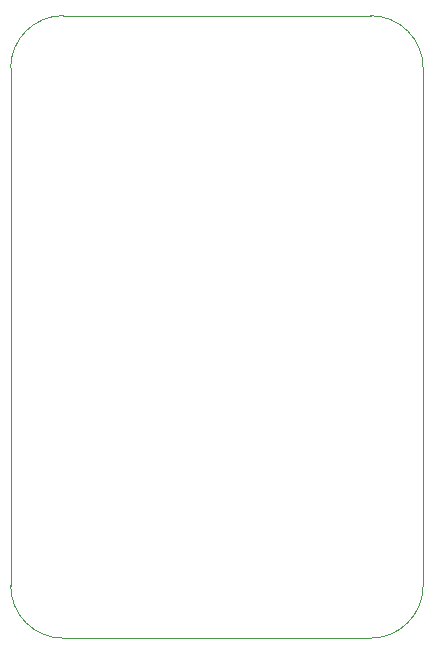
<source format=gbr>
%TF.GenerationSoftware,KiCad,Pcbnew,(5.1.6)-1*%
%TF.CreationDate,2020-11-07T19:51:12-05:00*%
%TF.ProjectId,SatelliteMush,53617465-6c6c-4697-9465-4d7573682e6b,rev?*%
%TF.SameCoordinates,Original*%
%TF.FileFunction,Profile,NP*%
%FSLAX46Y46*%
G04 Gerber Fmt 4.6, Leading zero omitted, Abs format (unit mm)*
G04 Created by KiCad (PCBNEW (5.1.6)-1) date 2020-11-07 19:51:12*
%MOMM*%
%LPD*%
G01*
G04 APERTURE LIST*
%TA.AperFunction,Profile*%
%ADD10C,0.050000*%
%TD*%
G04 APERTURE END LIST*
D10*
X145415000Y-113030000D02*
X145415000Y-69215000D01*
X175895000Y-117475000D02*
X149860000Y-117475000D01*
X180340000Y-69215000D02*
X180340000Y-113030000D01*
X149860000Y-64770000D02*
X175895000Y-64770000D01*
X175895000Y-64770000D02*
G75*
G02*
X180340000Y-69215000I0J-4445000D01*
G01*
X180340000Y-113030000D02*
G75*
G02*
X175895000Y-117475000I-4445000J0D01*
G01*
X149860000Y-117475000D02*
G75*
G02*
X145415000Y-113030000I0J4445000D01*
G01*
X145415000Y-69215000D02*
G75*
G02*
X149860000Y-64770000I4445000J0D01*
G01*
M02*

</source>
